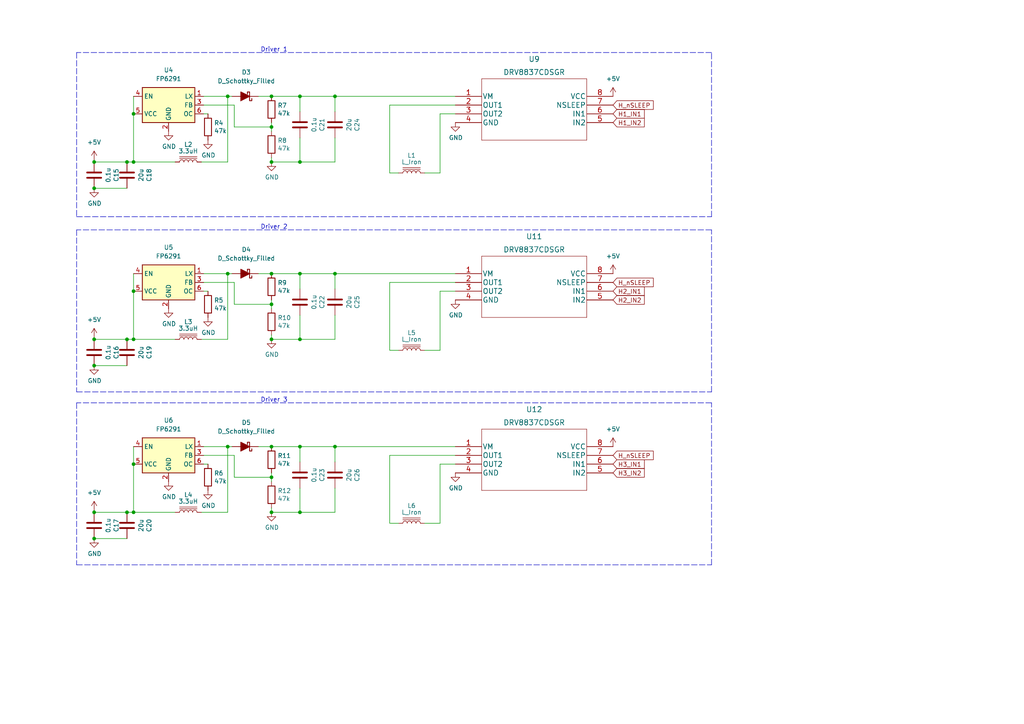
<source format=kicad_sch>
(kicad_sch (version 20211123) (generator eeschema)
  (paper "A4")
  (lib_symbols
    (symbol "Device:C" (pin_numbers hide) (pin_names (offset 0.254))
      (property "Reference" "C" (at 0.635 2.54 0))
      (property "Value" "C" (at 0.635 -2.54 0))
      (symbol "C_0_1"
        (polyline (pts (xy -2.032 -0.762) (xy 2.032 -0.762)) (stroke (width 0.508)))
        (polyline (pts (xy -2.032 0.762) (xy 2.032 0.762)) (stroke (width 0.508)))
      )
      (symbol "C_1_1"
        (pin passive line (at 0 3.81 270) (length 2.794) (name "~") (number "1"))
        (pin passive line (at 0 -3.81 90) (length 2.794) (name "~") (number "2"))
      )
    )
    (symbol "Device:D_Schottky_Filled" (pin_numbers hide) (pin_names (offset 1.016) hide)
      (property "Reference" "D" (at 0 2.54 0))
      (property "Value" "D_Schottky_Filled" (at 0 -2.54 0))
      (symbol "D_Schottky_Filled_0_1"
        (polyline (pts (xy 1.27 0) (xy -1.27 0)))
        (polyline (pts (xy 1.27 1.27) (xy 1.27 -1.27) (xy -1.27 0) (xy 1.27 1.27)) (stroke (width 0.254)) (fill (type outline)))
        (polyline (pts (xy -1.905 0.635) (xy -1.905 1.27) (xy -1.27 1.27) (xy -1.27 -1.27) (xy -0.635 -1.27) (xy -0.635 -0.635)) (stroke (width 0.254)))
      )
      (symbol "D_Schottky_Filled_1_1"
        (pin passive line (at -3.81 0 0) (length 2.54) (name "K") (number "1"))
        (pin passive line (at 3.81 0 180) (length 2.54) (name "A") (number "2"))
      )
    )
    (symbol "Device:L_Iron" (pin_numbers hide) (pin_names (offset 1.016) hide)
      (property "Reference" "L" (at -1.27 0 90))
      (property "Value" "L_Iron" (at 2.794 0 90))
      (symbol "L_Iron_0_1"
        (arc (start 0 -2.54) (mid 0.635 -1.905) (end 0 -1.27))
        (arc (start 0 -1.27) (mid 0.635 -0.635) (end 0 0))
        (polyline (pts (xy 1.016 2.54) (xy 1.016 -2.54)))
        (polyline (pts (xy 1.524 -2.54) (xy 1.524 2.54)))
        (arc (start 0 0) (mid 0.635 0.635) (end 0 1.27))
        (arc (start 0 1.27) (mid 0.635 1.905) (end 0 2.54))
      )
      (symbol "L_Iron_1_1"
        (pin passive line (at 0 3.81 270) (length 1.27) (name "1") (number "1"))
        (pin passive line (at 0 -3.81 90) (length 1.27) (name "2") (number "2"))
      )
    )
    (symbol "Device:R" (pin_numbers hide) (pin_names (offset 0))
      (property "Reference" "R" (at 2.032 0 90))
      (property "Value" "R" (at 0 0 90))
      (symbol "R_0_1"
        (rectangle (start -1.016 -2.54) (end 1.016 2.54) (stroke (width 0.254)))
      )
      (symbol "R_1_1"
        (pin passive line (at 0 3.81 270) (length 1.27) (name "~") (number "1"))
        (pin passive line (at 0 -3.81 90) (length 1.27) (name "~") (number "2"))
      )
    )
    (symbol "dc_conv:FP6291"
      (property "Reference" "U?" (at 0 10.16 0))
      (property "Value" "FP6291" (at 0 7.62 0))
      (symbol "FP6291_0_1"
        (rectangle (start -7.62 5.08) (end 7.62 -5.08) (stroke (width 0.254)) (fill (type background)))
      )
      (symbol "FP6291_1_1"
        (pin power_out line (at 10.16 2.54 180) (length 2.54) (name "LX") (number "1"))
        (pin power_in line (at 0 -7.62 90) (length 2.54) (name "GND") (number "2"))
        (pin output line (at 10.16 0 180) (length 2.54) (name "FB") (number "3"))
        (pin input line (at -10.16 2.54 0) (length 2.54) (name "EN") (number "4"))
        (pin power_in line (at -10.16 -2.54 0) (length 2.54) (name "VCC") (number "5"))
        (pin output line (at 10.16 -2.54 180) (length 2.54) (name "OC") (number "6"))
      )
    )
    (symbol "h_bridge:DRV8837CDSGR" (pin_names (offset 0.254))
      (property "Reference" "U" (at 22.86 10.16 0))
      (property "Value" "DRV8837CDSGR" (at 22.86 7.62 0))
      (symbol "DRV8837CDSGR_1_1"
        (polyline (pts (xy 7.62 -12.7) (xy 38.1 -12.7)) (stroke (width 0.127)))
        (polyline (pts (xy 7.62 5.08) (xy 7.62 -12.7)) (stroke (width 0.127)))
        (polyline (pts (xy 38.1 -12.7) (xy 38.1 5.08)) (stroke (width 0.127)))
        (polyline (pts (xy 38.1 5.08) (xy 7.62 5.08)) (stroke (width 0.127)))
        (pin power_in line (at 0 0 0) (length 7.62) (name "VM") (number "1"))
        (pin output line (at 0 -2.54 0) (length 7.62) (name "OUT1") (number "2"))
        (pin output line (at 0 -5.08 0) (length 7.62) (name "OUT2") (number "3"))
        (pin power_in line (at 0 -7.62 0) (length 7.62) (name "GND") (number "4"))
        (pin input line (at 45.72 -7.62 180) (length 7.62) (name "IN2") (number "5"))
        (pin input line (at 45.72 -5.08 180) (length 7.62) (name "IN1") (number "6"))
        (pin input line (at 45.72 -2.54 180) (length 7.62) (name "NSLEEP") (number "7"))
        (pin power_in line (at 45.72 0 180) (length 7.62) (name "VCC") (number "8"))
      )
    )
    (symbol "power:+5V" (power) (pin_names (offset 0))
      (property "Value" "+5V" (at 0 3.556 0))
      (symbol "+5V_0_1"
        (polyline (pts (xy -0.762 1.27) (xy 0 2.54)))
        (polyline (pts (xy 0 0) (xy 0 2.54)))
        (polyline (pts (xy 0 2.54) (xy 0.762 1.27)))
      )
      (symbol "+5V_1_1"
        (pin power_in line (at 0 0 90) (length 0) hide (name "+5V") (number "1"))
      )
    )
    (symbol "power:GND" (power) (pin_names (offset 0))
      (property "Value" "GND" (at 0 -3.81 0))
      (symbol "GND_0_1"
        (polyline (pts (xy 0 0) (xy 0 -1.27) (xy 1.27 -1.27) (xy 0 -2.54) (xy -1.27 -1.27) (xy 0 -1.27)))
      )
      (symbol "GND_1_1"
        (pin power_in line (at 0 0 270) (length 0) hide (name "GND") (number "1"))
      )
    )
  )
  (junction (at 27.305 148.59))
  (junction (at 78.74 138.43))
  (junction (at 78.74 36.83))
  (junction (at 86.995 129.54))
  (junction (at 27.305 54.61))
  (junction (at 27.305 156.21))
  (junction (at 27.305 98.425))
  (junction (at 86.995 79.375))
  (junction (at 97.155 27.94))
  (junction (at 27.305 46.99))
  (junction (at 38.735 148.59))
  (junction (at 97.155 79.375))
  (junction (at 38.735 33.02))
  (junction (at 97.155 129.54))
  (junction (at 78.74 148.59))
  (junction (at 86.995 148.59))
  (junction (at 66.04 129.54))
  (junction (at 86.995 27.94))
  (junction (at 78.74 46.99))
  (junction (at 38.735 46.99))
  (junction (at 38.735 134.62))
  (junction (at 78.74 27.94))
  (junction (at 66.04 79.375))
  (junction (at 38.735 98.425))
  (junction (at 78.74 129.54))
  (junction (at 78.74 79.375))
  (junction (at 36.83 46.99))
  (junction (at 36.83 148.59))
  (junction (at 78.74 88.265))
  (junction (at 27.305 106.045))
  (junction (at 38.735 84.455))
  (junction (at 78.74 98.425))
  (junction (at 66.04 27.94))
  (junction (at 36.83 98.425))
  (junction (at 86.995 98.425))
  (junction (at 86.995 46.99))
  (wire (pts (xy 59.055 129.54) (xy 66.04 129.54)))
  (wire (pts (xy 86.995 98.425) (xy 78.74 98.425)))
  (wire (pts (xy 66.04 79.375) (xy 66.04 98.425)))
  (wire (pts (xy 27.305 46.99) (xy 36.83 46.99)))
  (wire (pts (xy 78.74 129.54) (xy 86.995 129.54)))
  (wire (pts (xy 97.155 129.54) (xy 132.08 129.54)))
  (wire (pts (xy 38.735 98.425) (xy 50.8 98.425)))
  (wire (pts (xy 67.945 132.08) (xy 67.945 138.43)))
  (wire (pts (xy 113.03 50.165) (xy 115.57 50.165)))
  (wire (pts (xy 86.995 148.59) (xy 78.74 148.59)))
  (wire (pts (xy 132.08 30.48) (xy 113.03 30.48)))
  (wire (pts (xy 78.74 79.375) (xy 86.995 79.375)))
  (wire (pts (xy 59.055 27.94) (xy 66.04 27.94)))
  (wire (pts (xy 78.74 27.94) (xy 86.995 27.94)))
  (wire (pts (xy 59.055 134.62) (xy 60.325 134.62)))
  (wire (pts (xy 38.735 46.99) (xy 50.8 46.99)))
  (wire (pts (xy 86.995 83.82) (xy 86.995 79.375)))
  (wire (pts (xy 132.08 84.455) (xy 127.635 84.455)))
  (wire (pts (xy 86.995 32.385) (xy 86.995 27.94)))
  (wire (pts (xy 86.995 129.54) (xy 97.155 129.54)))
  (wire (pts (xy 59.055 81.915) (xy 67.945 81.915)))
  (wire (pts (xy 27.305 148.59) (xy 36.83 148.59)))
  (wire (pts (xy 38.735 129.54) (xy 38.735 134.62)))
  (wire (pts (xy 127.635 101.6) (xy 123.19 101.6)))
  (polyline (pts (xy 22.225 66.675) (xy 22.225 113.665)))
  (polyline (pts (xy 22.225 116.84) (xy 22.225 163.83)))
  (wire (pts (xy 127.635 50.165) (xy 123.19 50.165)))
  (wire (pts (xy 36.83 148.59) (xy 38.735 148.59)))
  (polyline (pts (xy 22.225 163.83) (xy 206.375 163.83)))
  (wire (pts (xy 113.03 132.08) (xy 113.03 151.765)))
  (wire (pts (xy 38.735 79.375) (xy 38.735 84.455)))
  (wire (pts (xy 66.04 129.54) (xy 67.31 129.54)))
  (wire (pts (xy 97.155 129.54) (xy 97.155 133.985)))
  (wire (pts (xy 74.93 79.375) (xy 78.74 79.375)))
  (wire (pts (xy 27.305 148.59) (xy 27.305 147.955)))
  (wire (pts (xy 86.995 79.375) (xy 97.155 79.375)))
  (wire (pts (xy 27.305 98.425) (xy 27.305 97.79)))
  (wire (pts (xy 67.945 81.915) (xy 67.945 88.265)))
  (wire (pts (xy 78.74 36.83) (xy 78.74 38.1)))
  (wire (pts (xy 113.03 101.6) (xy 115.57 101.6)))
  (wire (pts (xy 59.055 132.08) (xy 67.945 132.08)))
  (wire (pts (xy 113.03 81.915) (xy 113.03 101.6)))
  (wire (pts (xy 58.42 46.99) (xy 66.04 46.99)))
  (wire (pts (xy 97.155 141.605) (xy 97.155 148.59)))
  (wire (pts (xy 132.08 132.08) (xy 113.03 132.08)))
  (polyline (pts (xy 206.375 62.865) (xy 206.375 15.24)))
  (wire (pts (xy 97.155 148.59) (xy 86.995 148.59)))
  (wire (pts (xy 58.42 148.59) (xy 66.04 148.59)))
  (wire (pts (xy 27.305 54.61) (xy 36.83 54.61)))
  (wire (pts (xy 97.155 27.94) (xy 132.08 27.94)))
  (wire (pts (xy 97.155 79.375) (xy 97.155 83.82)))
  (wire (pts (xy 58.42 98.425) (xy 66.04 98.425)))
  (wire (pts (xy 132.08 33.02) (xy 127.635 33.02)))
  (wire (pts (xy 78.74 138.43) (xy 78.74 137.16)))
  (wire (pts (xy 78.74 36.83) (xy 78.74 35.56)))
  (wire (pts (xy 67.945 36.83) (xy 78.74 36.83)))
  (wire (pts (xy 113.03 30.48) (xy 113.03 50.165)))
  (wire (pts (xy 36.83 98.425) (xy 38.735 98.425)))
  (wire (pts (xy 66.04 129.54) (xy 66.04 148.59)))
  (wire (pts (xy 78.74 45.72) (xy 78.74 46.99)))
  (polyline (pts (xy 206.375 116.84) (xy 22.225 116.84)))
  (wire (pts (xy 66.04 27.94) (xy 67.31 27.94)))
  (wire (pts (xy 66.04 27.94) (xy 66.04 46.99)))
  (wire (pts (xy 38.735 148.59) (xy 50.8 148.59)))
  (wire (pts (xy 27.305 46.99) (xy 27.305 46.355)))
  (wire (pts (xy 59.055 84.455) (xy 60.325 84.455)))
  (wire (pts (xy 66.04 79.375) (xy 67.31 79.375)))
  (wire (pts (xy 86.995 133.985) (xy 86.995 129.54)))
  (polyline (pts (xy 206.375 163.83) (xy 206.375 116.84)))
  (wire (pts (xy 74.93 27.94) (xy 78.74 27.94)))
  (polyline (pts (xy 22.225 113.665) (xy 206.375 113.665)))
  (wire (pts (xy 36.83 46.99) (xy 38.735 46.99)))
  (wire (pts (xy 78.74 88.265) (xy 78.74 86.995)))
  (wire (pts (xy 74.93 129.54) (xy 78.74 129.54)))
  (wire (pts (xy 67.945 88.265) (xy 78.74 88.265)))
  (wire (pts (xy 86.995 27.94) (xy 97.155 27.94)))
  (wire (pts (xy 97.155 98.425) (xy 86.995 98.425)))
  (wire (pts (xy 132.08 81.915) (xy 113.03 81.915)))
  (wire (pts (xy 97.155 79.375) (xy 132.08 79.375)))
  (wire (pts (xy 127.635 151.765) (xy 123.19 151.765)))
  (wire (pts (xy 27.305 156.21) (xy 36.83 156.21)))
  (polyline (pts (xy 22.225 15.24) (xy 22.225 62.865)))
  (wire (pts (xy 97.155 27.94) (xy 97.155 32.385)))
  (wire (pts (xy 59.055 33.02) (xy 60.325 33.02)))
  (wire (pts (xy 38.735 84.455) (xy 38.735 98.425)))
  (wire (pts (xy 132.08 134.62) (xy 127.635 134.62)))
  (wire (pts (xy 86.995 141.605) (xy 86.995 148.59)))
  (wire (pts (xy 97.155 91.44) (xy 97.155 98.425)))
  (wire (pts (xy 97.155 40.005) (xy 97.155 46.99)))
  (polyline (pts (xy 206.375 66.675) (xy 22.225 66.675)))
  (wire (pts (xy 86.995 40.005) (xy 86.995 46.99)))
  (wire (pts (xy 67.945 138.43) (xy 78.74 138.43)))
  (wire (pts (xy 86.995 91.44) (xy 86.995 98.425)))
  (wire (pts (xy 59.055 30.48) (xy 67.945 30.48)))
  (wire (pts (xy 127.635 33.02) (xy 127.635 50.165)))
  (wire (pts (xy 78.74 97.155) (xy 78.74 98.425)))
  (wire (pts (xy 78.74 138.43) (xy 78.74 139.7)))
  (wire (pts (xy 27.305 106.045) (xy 36.83 106.045)))
  (polyline (pts (xy 206.375 15.24) (xy 22.225 15.24)))
  (wire (pts (xy 78.74 147.32) (xy 78.74 148.59)))
  (wire (pts (xy 27.305 98.425) (xy 36.83 98.425)))
  (wire (pts (xy 127.635 134.62) (xy 127.635 151.765)))
  (wire (pts (xy 38.735 33.02) (xy 38.735 46.99)))
  (wire (pts (xy 38.735 134.62) (xy 38.735 148.59)))
  (wire (pts (xy 127.635 84.455) (xy 127.635 101.6)))
  (wire (pts (xy 113.03 151.765) (xy 115.57 151.765)))
  (wire (pts (xy 59.055 79.375) (xy 66.04 79.375)))
  (polyline (pts (xy 22.225 62.865) (xy 206.375 62.865)))
  (wire (pts (xy 67.945 30.48) (xy 67.945 36.83)))
  (wire (pts (xy 78.74 88.265) (xy 78.74 89.535)))
  (polyline (pts (xy 206.375 113.665) (xy 206.375 66.675)))
  (wire (pts (xy 86.995 46.99) (xy 78.74 46.99)))
  (wire (pts (xy 38.735 27.94) (xy 38.735 33.02)))
  (wire (pts (xy 97.155 46.99) (xy 86.995 46.99)))
  (text "Driver 3" (at 75.565 116.84 0) (effects (font (size 1.27 1.27)) (justify left bottom)))
  (text "Driver 1" (at 75.565 15.24 0) (effects (font (size 1.27 1.27)) (justify left bottom)))
  (text "Driver 2" (at 75.565 66.675 0) (effects (font (size 1.27 1.27)) (justify left bottom)))
  (global_label "H3_IN1" (shape input) (at 177.8 134.62 0) (property "Intersheet References" "${INTERSHEET_REFS}" (effects hide)))
  (global_label "H2_IN2" (shape input) (at 177.8 86.995 0) (property "Intersheet References" "${INTERSHEET_REFS}" (effects hide)))
  (global_label "H_nSLEEP" (shape input) (at 177.8 81.915 0) (property "Intersheet References" "${INTERSHEET_REFS}" (effects hide)))
  (global_label "H1_IN1" (shape input) (at 177.8 33.02 0) (property "Intersheet References" "${INTERSHEET_REFS}" (effects hide)))
  (global_label "H1_IN2" (shape input) (at 177.8 35.56 0) (property "Intersheet References" "${INTERSHEET_REFS}" (effects hide)))
  (global_label "H3_IN2" (shape input) (at 177.8 137.16 0) (property "Intersheet References" "${INTERSHEET_REFS}" (effects hide)))
  (global_label "H2_IN1" (shape input) (at 177.8 84.455 0) (property "Intersheet References" "${INTERSHEET_REFS}" (effects hide)))
  (global_label "H_nSLEEP" (shape input) (at 177.8 132.08 0) (property "Intersheet References" "${INTERSHEET_REFS}" (effects hide)))
  (global_label "H_nSLEEP" (shape input) (at 177.8 30.48 0) (property "Intersheet References" "${INTERSHEET_REFS}" (effects hide)))
  (symbol (lib_id "power:+5V") (at 177.8 79.375 0) (unit 1)
    (property "Reference" "#PWR020" (effects hide))
    (property "Value" "+5V" (at 177.8 74.295 0))
  )
  (symbol (lib_id "Device:R") (at 78.74 133.35 0) (unit 1)
    (property "Reference" "R11" (at 80.518 132.1816 0) (effects (justify left)))
    (property "Value" "47k" (at 80.518 134.493 0) (effects (justify left)))
    (property "Footprint" "Resistor_SMD:R_0805_2012Metric" (effects hide))
  )
  (symbol (lib_id "Device:R") (at 60.325 36.83 0) (unit 1)
    (property "Reference" "R4" (at 62.103 35.6616 0) (effects (justify left)))
    (property "Value" "47k" (at 62.103 37.973 0) (effects (justify left)))
    (property "Footprint" "Resistor_SMD:R_0805_2012Metric" (effects hide))
  )
  (symbol (lib_id "Device:L_Iron") (at 119.38 151.765 90) (unit 1)
    (property "Reference" "L6" (at 119.38 146.685 90))
    (property "Value" "L_Iron" (at 119.38 148.59 90))
    (property "Footprint" "magnetorque_lib:magnetorquer" (effects hide))
  )
  (symbol (lib_id "Device:C") (at 97.155 87.63 180) (unit 1)
    (property "Reference" "C25" (at 103.5558 87.63 90))
    (property "Value" "20u" (at 101.2444 87.63 90))
    (property "Footprint" "Capacitor_SMD:C_0805_2012Metric" (effects hide))
  )
  (symbol (lib_id "Device:C") (at 36.83 152.4 180) (unit 1)
    (property "Reference" "C20" (at 43.2308 152.4 90))
    (property "Value" "20u" (at 40.9194 152.4 90))
    (property "Footprint" "Capacitor_SMD:C_0805_2012Metric" (effects hide))
  )
  (symbol (lib_id "power:+5V") (at 27.305 147.955 0) (unit 1)
    (property "Reference" "#PWR05" (effects hide))
    (property "Value" "+5V" (at 27.305 142.875 0))
  )
  (symbol (lib_id "power:GND") (at 132.08 86.995 0) (unit 1)
    (property "Reference" "#PWR017" (effects hide))
    (property "Value" "GND" (at 132.207 91.3892 0))
  )
  (symbol (lib_id "Device:C") (at 97.155 36.195 180) (unit 1)
    (property "Reference" "C24" (at 103.5558 36.195 90))
    (property "Value" "20u" (at 101.2444 36.195 90))
    (property "Footprint" "Capacitor_SMD:C_0805_2012Metric" (effects hide))
  )
  (symbol (lib_id "Device:D_Schottky_Filled") (at 71.12 129.54 180) (unit 1)
    (property "Reference" "D5" (at 71.4375 122.555 0))
    (property "Value" "D_Schottky_Filled" (at 71.4375 125.095 0))
  )
  (symbol (lib_id "power:+5V") (at 177.8 27.94 0) (unit 1)
    (property "Reference" "#PWR019" (effects hide))
    (property "Value" "+5V" (at 177.8 22.86 0))
  )
  (symbol (lib_id "power:+5V") (at 27.305 97.79 0) (unit 1)
    (property "Reference" "#PWR03" (effects hide))
    (property "Value" "+5V" (at 27.305 92.71 0))
  )
  (symbol (lib_id "power:GND") (at 48.895 139.7 0) (unit 1)
    (property "Reference" "#PWR09" (effects hide))
    (property "Value" "GND" (at 49.022 144.0942 0))
  )
  (symbol (lib_id "Device:C") (at 86.995 87.63 180) (unit 1)
    (property "Reference" "C22" (at 93.3958 87.63 90))
    (property "Value" "0.1u" (at 91.0844 87.63 90))
    (property "Footprint" "Capacitor_SMD:C_0805_2012Metric" (effects hide))
  )
  (symbol (lib_id "dc_conv:FP6291") (at 48.895 81.915 0) (unit 1)
    (property "Reference" "U5" (at 48.895 71.755 0))
    (property "Value" "FP6291" (at 48.895 74.295 0))
  )
  (symbol (lib_id "power:GND") (at 78.74 98.425 0) (unit 1)
    (property "Reference" "#PWR014" (effects hide))
    (property "Value" "GND" (at 78.867 102.8192 0))
  )
  (symbol (lib_id "Device:L_Iron") (at 119.38 50.165 90) (unit 1)
    (property "Reference" "L1" (at 119.38 45.085 90))
    (property "Value" "L_Iron" (at 119.38 46.99 90))
    (property "Footprint" "magnetorque_lib:magnetorquer" (effects hide))
  )
  (symbol (lib_id "power:GND") (at 60.325 40.64 0) (unit 1)
    (property "Reference" "#PWR010" (effects hide))
    (property "Value" "GND" (at 60.452 45.0342 0))
  )
  (symbol (lib_id "power:GND") (at 48.895 38.1 0) (unit 1)
    (property "Reference" "#PWR07" (effects hide))
    (property "Value" "GND" (at 49.022 42.4942 0))
  )
  (symbol (lib_id "Device:C") (at 27.305 152.4 180) (unit 1)
    (property "Reference" "C17" (at 33.7058 152.4 90))
    (property "Value" "0.1u" (at 31.3944 152.4 90))
    (property "Footprint" "Capacitor_SMD:C_0805_2012Metric" (effects hide))
  )
  (symbol (lib_id "Device:R") (at 60.325 88.265 0) (unit 1)
    (property "Reference" "R5" (at 62.103 87.0966 0) (effects (justify left)))
    (property "Value" "47k" (at 62.103 89.408 0) (effects (justify left)))
    (property "Footprint" "Resistor_SMD:R_0805_2012Metric" (effects hide))
  )
  (symbol (lib_id "Device:R") (at 60.325 138.43 0) (unit 1)
    (property "Reference" "R6" (at 62.103 137.2616 0) (effects (justify left)))
    (property "Value" "47k" (at 62.103 139.573 0) (effects (justify left)))
    (property "Footprint" "Resistor_SMD:R_0805_2012Metric" (effects hide))
  )
  (symbol (lib_id "Device:L_Iron") (at 54.61 46.99 90) (unit 1)
    (property "Reference" "L2" (at 54.61 41.91 90))
    (property "Value" "3.3uH" (at 54.61 43.815 90))
    (property "Footprint" "magnetorque_lib:magnetorquer" (effects hide))
  )
  (symbol (lib_id "Device:L_Iron") (at 119.38 101.6 90) (unit 1)
    (property "Reference" "L5" (at 119.38 96.52 90))
    (property "Value" "L_Iron" (at 119.38 98.425 90))
    (property "Footprint" "magnetorque_lib:magnetorquer" (effects hide))
  )
  (symbol (lib_id "Device:R") (at 78.74 93.345 0) (unit 1)
    (property "Reference" "R10" (at 80.518 92.1766 0) (effects (justify left)))
    (property "Value" "47k" (at 80.518 94.488 0) (effects (justify left)))
    (property "Footprint" "Resistor_SMD:R_0805_2012Metric" (effects hide))
  )
  (symbol (lib_id "power:GND") (at 48.895 89.535 0) (unit 1)
    (property "Reference" "#PWR08" (effects hide))
    (property "Value" "GND" (at 49.022 93.9292 0))
  )
  (symbol (lib_id "h_bridge:DRV8837CDSGR") (at 132.08 79.375 0) (unit 1)
    (property "Reference" "U11" (at 154.94 68.58 0) (effects (font (size 1.524 1.524))))
    (property "Value" "DRV8837CDSGR" (at 154.94 72.39 0) (effects (font (size 1.524 1.524))))
    (property "Footprint" "DSG8_P9X1P6_TEX" (effects hide))
  )
  (symbol (lib_id "power:+5V") (at 27.305 46.355 0) (unit 1)
    (property "Reference" "#PWR01" (effects hide))
    (property "Value" "+5V" (at 27.305 41.275 0))
  )
  (symbol (lib_id "power:GND") (at 60.325 92.075 0) (unit 1)
    (property "Reference" "#PWR011" (effects hide))
    (property "Value" "GND" (at 60.452 96.4692 0))
  )
  (symbol (lib_id "power:GND") (at 132.08 137.16 0) (unit 1)
    (property "Reference" "#PWR018" (effects hide))
    (property "Value" "GND" (at 132.207 141.5542 0))
  )
  (symbol (lib_id "Device:C") (at 27.305 102.235 180) (unit 1)
    (property "Reference" "C16" (at 33.7058 102.235 90))
    (property "Value" "0.1u" (at 31.3944 102.235 90))
    (property "Footprint" "Capacitor_SMD:C_0805_2012Metric" (effects hide))
  )
  (symbol (lib_id "dc_conv:FP6291") (at 48.895 132.08 0) (unit 1)
    (property "Reference" "U6" (at 48.895 121.92 0))
    (property "Value" "FP6291" (at 48.895 124.46 0))
  )
  (symbol (lib_id "Device:D_Schottky_Filled") (at 71.12 79.375 180) (unit 1)
    (property "Reference" "D4" (at 71.4375 72.39 0))
    (property "Value" "D_Schottky_Filled" (at 71.4375 74.93 0))
  )
  (symbol (lib_id "power:GND") (at 78.74 46.99 0) (unit 1)
    (property "Reference" "#PWR013" (effects hide))
    (property "Value" "GND" (at 78.867 51.3842 0))
  )
  (symbol (lib_id "power:GND") (at 27.305 156.21 0) (unit 1)
    (property "Reference" "#PWR06" (effects hide))
    (property "Value" "GND" (at 27.432 160.6042 0))
  )
  (symbol (lib_id "Device:C") (at 27.305 50.8 180) (unit 1)
    (property "Reference" "C15" (at 33.7058 50.8 90))
    (property "Value" "0.1u" (at 31.3944 50.8 90))
    (property "Footprint" "Capacitor_SMD:C_0805_2012Metric" (effects hide))
  )
  (symbol (lib_id "Device:C") (at 86.995 137.795 180) (unit 1)
    (property "Reference" "C23" (at 93.3958 137.795 90))
    (property "Value" "0.1u" (at 91.0844 137.795 90))
    (property "Footprint" "Capacitor_SMD:C_0805_2012Metric" (effects hide))
  )
  (symbol (lib_id "Device:C") (at 36.83 102.235 180) (unit 1)
    (property "Reference" "C19" (at 43.2308 102.235 90))
    (property "Value" "20u" (at 40.9194 102.235 90))
    (property "Footprint" "Capacitor_SMD:C_0805_2012Metric" (effects hide))
  )
  (symbol (lib_id "Device:D_Schottky_Filled") (at 71.12 27.94 180) (unit 1)
    (property "Reference" "D3" (at 71.4375 20.955 0))
    (property "Value" "D_Schottky_Filled" (at 71.4375 23.495 0))
  )
  (symbol (lib_id "power:GND") (at 27.305 54.61 0) (unit 1)
    (property "Reference" "#PWR02" (effects hide))
    (property "Value" "GND" (at 27.432 59.0042 0))
  )
  (symbol (lib_id "Device:C") (at 36.83 50.8 180) (unit 1)
    (property "Reference" "C18" (at 43.2308 50.8 90))
    (property "Value" "20u" (at 40.9194 50.8 90))
    (property "Footprint" "Capacitor_SMD:C_0805_2012Metric" (effects hide))
  )
  (symbol (lib_id "Device:L_Iron") (at 54.61 98.425 90) (unit 1)
    (property "Reference" "L3" (at 54.61 93.345 90))
    (property "Value" "3.3uH" (at 54.61 95.25 90))
    (property "Footprint" "magnetorque_lib:magnetorquer" (effects hide))
  )
  (symbol (lib_id "Device:C") (at 86.995 36.195 180) (unit 1)
    (property "Reference" "C21" (at 93.3958 36.195 90))
    (property "Value" "0.1u" (at 91.0844 36.195 90))
    (property "Footprint" "Capacitor_SMD:C_0805_2012Metric" (effects hide))
  )
  (symbol (lib_id "power:GND") (at 60.325 142.24 0) (unit 1)
    (property "Reference" "#PWR012" (effects hide))
    (property "Value" "GND" (at 60.452 146.6342 0))
  )
  (symbol (lib_id "dc_conv:FP6291") (at 48.895 30.48 0) (unit 1)
    (property "Reference" "U4" (at 48.895 20.32 0))
    (property "Value" "FP6291" (at 48.895 22.86 0))
  )
  (symbol (lib_id "h_bridge:DRV8837CDSGR") (at 132.08 27.94 0) (unit 1)
    (property "Reference" "U9" (at 154.94 17.145 0) (effects (font (size 1.524 1.524))))
    (property "Value" "DRV8837CDSGR" (at 154.94 20.955 0) (effects (font (size 1.524 1.524))))
    (property "Footprint" "DSG8_P9X1P6_TEX" (effects hide))
  )
  (symbol (lib_id "power:+5V") (at 177.8 129.54 0) (unit 1)
    (property "Reference" "#PWR021" (effects hide))
    (property "Value" "+5V" (at 177.8 124.46 0))
  )
  (symbol (lib_id "Device:R") (at 78.74 83.185 0) (unit 1)
    (property "Reference" "R9" (at 80.518 82.0166 0) (effects (justify left)))
    (property "Value" "47k" (at 80.518 84.328 0) (effects (justify left)))
    (property "Footprint" "Resistor_SMD:R_0805_2012Metric" (effects hide))
  )
  (symbol (lib_id "Device:C") (at 97.155 137.795 180) (unit 1)
    (property "Reference" "C26" (at 103.5558 137.795 90))
    (property "Value" "20u" (at 101.2444 137.795 90))
    (property "Footprint" "Capacitor_SMD:C_0805_2012Metric" (effects hide))
  )
  (symbol (lib_id "Device:L_Iron") (at 54.61 148.59 90) (unit 1)
    (property "Reference" "L4" (at 54.61 143.51 90))
    (property "Value" "3.3uH" (at 54.61 145.415 90))
    (property "Footprint" "magnetorque_lib:magnetorquer" (effects hide))
  )
  (symbol (lib_id "h_bridge:DRV8837CDSGR") (at 132.08 129.54 0) (unit 1)
    (property "Reference" "U12" (at 154.94 118.745 0) (effects (font (size 1.524 1.524))))
    (property "Value" "DRV8837CDSGR" (at 154.94 122.555 0) (effects (font (size 1.524 1.524))))
    (property "Footprint" "DSG8_P9X1P6_TEX" (effects hide))
  )
  (symbol (lib_id "Device:R") (at 78.74 143.51 0) (unit 1)
    (property "Reference" "R12" (at 80.518 142.3416 0) (effects (justify left)))
    (property "Value" "47k" (at 80.518 144.653 0) (effects (justify left)))
    (property "Footprint" "Resistor_SMD:R_0805_2012Metric" (effects hide))
  )
  (symbol (lib_id "power:GND") (at 132.08 35.56 0) (unit 1)
    (property "Reference" "#PWR016" (effects hide))
    (property "Value" "GND" (at 132.207 39.9542 0))
  )
  (symbol (lib_id "Device:R") (at 78.74 31.75 0) (unit 1)
    (property "Reference" "R7" (at 80.518 30.5816 0) (effects (justify left)))
    (property "Value" "47k" (at 80.518 32.893 0) (effects (justify left)))
    (property "Footprint" "Resistor_SMD:R_0805_2012Metric" (effects hide))
  )
  (symbol (lib_id "power:GND") (at 27.305 106.045 0) (unit 1)
    (property "Reference" "#PWR04" (effects hide))
    (property "Value" "GND" (at 27.432 110.4392 0))
  )
  (symbol (lib_id "Device:R") (at 78.74 41.91 0) (unit 1)
    (property "Reference" "R8" (at 80.518 40.7416 0) (effects (justify left)))
    (property "Value" "47k" (at 80.518 43.053 0) (effects (justify left)))
    (property "Footprint" "Resistor_SMD:R_0805_2012Metric" (effects hide))
  )
  (symbol (lib_id "power:GND") (at 78.74 148.59 0) (unit 1)
    (property "Reference" "#PWR015" (effects hide))
    (property "Value" "GND" (at 78.867 152.9842 0))
  )
)
</source>
